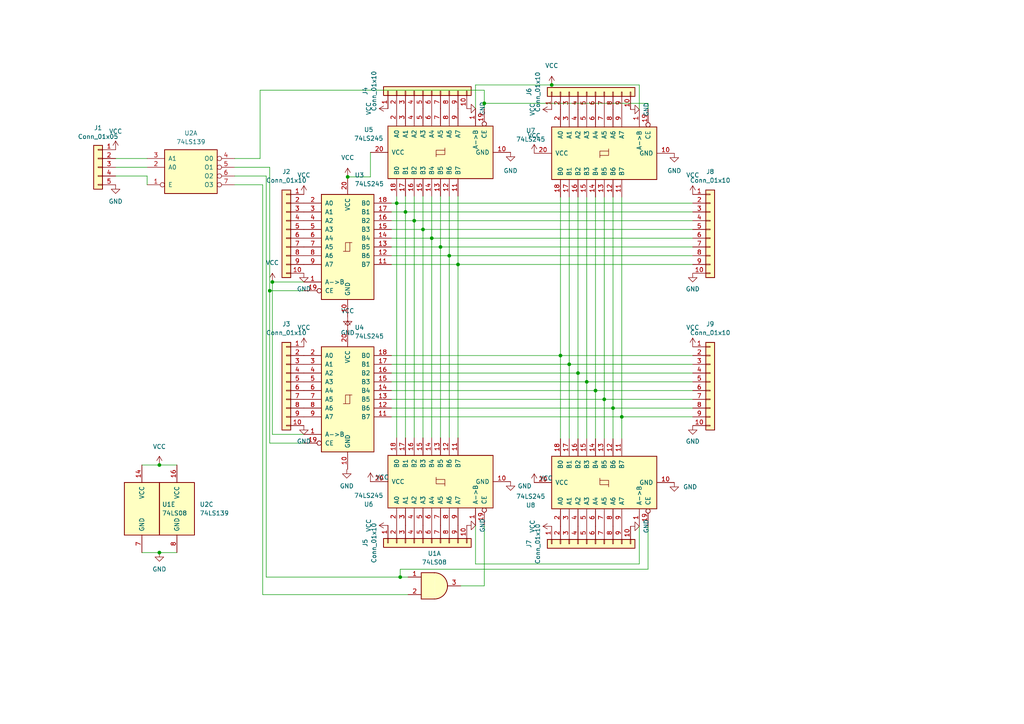
<source format=kicad_sch>
(kicad_sch (version 20211123) (generator eeschema)
  (paper "A4")
  (lib_symbols
    (symbol "74xx:74LS08" (pin_names (offset 1.016))
      (property "Reference" "U" (at 0 1.27 0))
      (property "Value" "74LS08" (at 0 -1.27 0))
      (symbol "74LS08_1_1"
        (arc (start 0 -3.81) (mid 3.81 0) (end 0 3.81) (stroke (width 0.254)) (fill (type background)))
        (polyline (pts (xy 0 3.81) (xy -3.81 3.81) (xy -3.81 -3.81) (xy 0 -3.81)) (stroke (width 0.254)) (fill (type background)))
        (pin input line (at -7.62 2.54 0) (length 3.81) (name "~") (number "1"))
        (pin input line (at -7.62 -2.54 0) (length 3.81) (name "~") (number "2"))
        (pin output line (at 7.62 0 180) (length 3.81) (name "~") (number "3"))
      )
      (symbol "74LS08_1_2"
        (arc (start -3.81 -3.81) (mid -2.589 0) (end -3.81 3.81) (stroke (width 0.254)))
        (arc (start -0.6096 -3.81) (mid 2.1855 -2.584) (end 3.81 0) (stroke (width 0.254)) (fill (type background)))
        (polyline (pts (xy -3.81 -3.81) (xy -0.635 -3.81)) (stroke (width 0.254)) (fill (type background)))
        (polyline (pts (xy -3.81 3.81) (xy -0.635 3.81)) (stroke (width 0.254)) (fill (type background)))
        (polyline (pts (xy -0.635 3.81) (xy -3.81 3.81) (xy -3.81 3.81) (xy -3.556 3.4036) (xy -3.0226 2.2606) (xy -2.6924 1.0414) (xy -2.6162 -0.254) (xy -2.7686 -1.4986) (xy -3.175 -2.7178) (xy -3.81 -3.81) (xy -3.81 -3.81) (xy -0.635 -3.81)) (stroke (width -25.4)) (fill (type background)))
        (arc (start 3.81 0) (mid 2.1928 2.5925) (end -0.6096 3.81) (stroke (width 0.254)) (fill (type background)))
        (pin input inverted (at -7.62 2.54 0) (length 4.318) (name "~") (number "1"))
        (pin input inverted (at -7.62 -2.54 0) (length 4.318) (name "~") (number "2"))
        (pin output inverted (at 7.62 0 180) (length 3.81) (name "~") (number "3"))
      )
      (symbol "74LS08_2_1"
        (arc (start 0 -3.81) (mid 3.81 0) (end 0 3.81) (stroke (width 0.254)) (fill (type background)))
        (polyline (pts (xy 0 3.81) (xy -3.81 3.81) (xy -3.81 -3.81) (xy 0 -3.81)) (stroke (width 0.254)) (fill (type background)))
        (pin input line (at -7.62 2.54 0) (length 3.81) (name "~") (number "4"))
        (pin input line (at -7.62 -2.54 0) (length 3.81) (name "~") (number "5"))
        (pin output line (at 7.62 0 180) (length 3.81) (name "~") (number "6"))
      )
      (symbol "74LS08_2_2"
        (arc (start -3.81 -3.81) (mid -2.589 0) (end -3.81 3.81) (stroke (width 0.254)))
        (arc (start -0.6096 -3.81) (mid 2.1855 -2.584) (end 3.81 0) (stroke (width 0.254)) (fill (type background)))
        (polyline (pts (xy -3.81 -3.81) (xy -0.635 -3.81)) (stroke (width 0.254)) (fill (type background)))
        (polyline (pts (xy -3.81 3.81) (xy -0.635 3.81)) (stroke (width 0.254)) (fill (type background)))
        (polyline (pts (xy -0.635 3.81) (xy -3.81 3.81) (xy -3.81 3.81) (xy -3.556 3.4036) (xy -3.0226 2.2606) (xy -2.6924 1.0414) (xy -2.6162 -0.254) (xy -2.7686 -1.4986) (xy -3.175 -2.7178) (xy -3.81 -3.81) (xy -3.81 -3.81) (xy -0.635 -3.81)) (stroke (width -25.4)) (fill (type background)))
        (arc (start 3.81 0) (mid 2.1928 2.5925) (end -0.6096 3.81) (stroke (width 0.254)) (fill (type background)))
        (pin input inverted (at -7.62 2.54 0) (length 4.318) (name "~") (number "4"))
        (pin input inverted (at -7.62 -2.54 0) (length 4.318) (name "~") (number "5"))
        (pin output inverted (at 7.62 0 180) (length 3.81) (name "~") (number "6"))
      )
      (symbol "74LS08_3_1"
        (arc (start 0 -3.81) (mid 3.81 0) (end 0 3.81) (stroke (width 0.254)) (fill (type background)))
        (polyline (pts (xy 0 3.81) (xy -3.81 3.81) (xy -3.81 -3.81) (xy 0 -3.81)) (stroke (width 0.254)) (fill (type background)))
        (pin input line (at -7.62 -2.54 0) (length 3.81) (name "~") (number "10"))
        (pin output line (at 7.62 0 180) (length 3.81) (name "~") (number "8"))
        (pin input line (at -7.62 2.54 0) (length 3.81) (name "~") (number "9"))
      )
      (symbol "74LS08_3_2"
        (arc (start -3.81 -3.81) (mid -2.589 0) (end -3.81 3.81) (stroke (width 0.254)))
        (arc (start -0.6096 -3.81) (mid 2.1855 -2.584) (end 3.81 0) (stroke (width 0.254)) (fill (type background)))
        (polyline (pts (xy -3.81 -3.81) (xy -0.635 -3.81)) (stroke (width 0.254)) (fill (type background)))
        (polyline (pts (xy -3.81 3.81) (xy -0.635 3.81)) (stroke (width 0.254)) (fill (type background)))
        (polyline (pts (xy -0.635 3.81) (xy -3.81 3.81) (xy -3.81 3.81) (xy -3.556 3.4036) (xy -3.0226 2.2606) (xy -2.6924 1.0414) (xy -2.6162 -0.254) (xy -2.7686 -1.4986) (xy -3.175 -2.7178) (xy -3.81 -3.81) (xy -3.81 -3.81) (xy -0.635 -3.81)) (stroke (width -25.4)) (fill (type background)))
        (arc (start 3.81 0) (mid 2.1928 2.5925) (end -0.6096 3.81) (stroke (width 0.254)) (fill (type background)))
        (pin input inverted (at -7.62 -2.54 0) (length 4.318) (name "~") (number "10"))
        (pin output inverted (at 7.62 0 180) (length 3.81) (name "~") (number "8"))
        (pin input inverted (at -7.62 2.54 0) (length 4.318) (name "~") (number "9"))
      )
      (symbol "74LS08_4_1"
        (arc (start 0 -3.81) (mid 3.81 0) (end 0 3.81) (stroke (width 0.254)) (fill (type background)))
        (polyline (pts (xy 0 3.81) (xy -3.81 3.81) (xy -3.81 -3.81) (xy 0 -3.81)) (stroke (width 0.254)) (fill (type background)))
        (pin output line (at 7.62 0 180) (length 3.81) (name "~") (number "11"))
        (pin input line (at -7.62 2.54 0) (length 3.81) (name "~") (number "12"))
        (pin input line (at -7.62 -2.54 0) (length 3.81) (name "~") (number "13"))
      )
      (symbol "74LS08_4_2"
        (arc (start -3.81 -3.81) (mid -2.589 0) (end -3.81 3.81) (stroke (width 0.254)))
        (arc (start -0.6096 -3.81) (mid 2.1855 -2.584) (end 3.81 0) (stroke (width 0.254)) (fill (type background)))
        (polyline (pts (xy -3.81 -3.81) (xy -0.635 -3.81)) (stroke (width 0.254)) (fill (type background)))
        (polyline (pts (xy -3.81 3.81) (xy -0.635 3.81)) (stroke (width 0.254)) (fill (type background)))
        (polyline (pts (xy -0.635 3.81) (xy -3.81 3.81) (xy -3.81 3.81) (xy -3.556 3.4036) (xy -3.0226 2.2606) (xy -2.6924 1.0414) (xy -2.6162 -0.254) (xy -2.7686 -1.4986) (xy -3.175 -2.7178) (xy -3.81 -3.81) (xy -3.81 -3.81) (xy -0.635 -3.81)) (stroke (width -25.4)) (fill (type background)))
        (arc (start 3.81 0) (mid 2.1928 2.5925) (end -0.6096 3.81) (stroke (width 0.254)) (fill (type background)))
        (pin output inverted (at 7.62 0 180) (length 3.81) (name "~") (number "11"))
        (pin input inverted (at -7.62 2.54 0) (length 4.318) (name "~") (number "12"))
        (pin input inverted (at -7.62 -2.54 0) (length 4.318) (name "~") (number "13"))
      )
      (symbol "74LS08_5_0"
        (pin power_in line (at 0 12.7 270) (length 5.08) (name "VCC") (number "14"))
        (pin power_in line (at 0 -12.7 90) (length 5.08) (name "GND") (number "7"))
      )
      (symbol "74LS08_5_1"
        (rectangle (start -5.08 7.62) (end 5.08 -7.62) (stroke (width 0.254)) (fill (type background)))
      )
    )
    (symbol "74xx:74LS139" (pin_names (offset 1.016))
      (property "Reference" "U" (at -7.62 8.89 0))
      (property "Value" "74LS139" (at -7.62 -8.89 0))
      (symbol "74LS139_1_0"
        (pin input inverted (at -12.7 -5.08 0) (length 5.08) (name "E") (number "1"))
        (pin input line (at -12.7 0 0) (length 5.08) (name "A0") (number "2"))
        (pin input line (at -12.7 2.54 0) (length 5.08) (name "A1") (number "3"))
        (pin output inverted (at 12.7 2.54 180) (length 5.08) (name "O0") (number "4"))
        (pin output inverted (at 12.7 0 180) (length 5.08) (name "O1") (number "5"))
        (pin output inverted (at 12.7 -2.54 180) (length 5.08) (name "O2") (number "6"))
        (pin output inverted (at 12.7 -5.08 180) (length 5.08) (name "O3") (number "7"))
      )
      (symbol "74LS139_1_1"
        (rectangle (start -7.62 5.08) (end 7.62 -7.62) (stroke (width 0.254)) (fill (type background)))
      )
      (symbol "74LS139_2_0"
        (pin output inverted (at 12.7 -2.54 180) (length 5.08) (name "O2") (number "10"))
        (pin output inverted (at 12.7 0 180) (length 5.08) (name "O1") (number "11"))
        (pin output inverted (at 12.7 2.54 180) (length 5.08) (name "O0") (number "12"))
        (pin input line (at -12.7 2.54 0) (length 5.08) (name "A1") (number "13"))
        (pin input line (at -12.7 0 0) (length 5.08) (name "A0") (number "14"))
        (pin input inverted (at -12.7 -5.08 0) (length 5.08) (name "E") (number "15"))
        (pin output inverted (at 12.7 -5.08 180) (length 5.08) (name "O3") (number "9"))
      )
      (symbol "74LS139_2_1"
        (rectangle (start -7.62 5.08) (end 7.62 -7.62) (stroke (width 0.254)) (fill (type background)))
      )
      (symbol "74LS139_3_0"
        (pin power_in line (at 0 12.7 270) (length 5.08) (name "VCC") (number "16"))
        (pin power_in line (at 0 -12.7 90) (length 5.08) (name "GND") (number "8"))
      )
      (symbol "74LS139_3_1"
        (rectangle (start -5.08 7.62) (end 5.08 -7.62) (stroke (width 0.254)) (fill (type background)))
      )
    )
    (symbol "74xx:74LS245" (pin_names (offset 1.016))
      (property "Reference" "U" (at -7.62 16.51 0))
      (property "Value" "74LS245" (at -7.62 -16.51 0))
      (symbol "74LS245_1_0"
        (polyline (pts (xy -0.635 -1.27) (xy -0.635 1.27) (xy 0.635 1.27)))
        (polyline (pts (xy -1.27 -1.27) (xy 0.635 -1.27) (xy 0.635 1.27) (xy 1.27 1.27)))
        (pin input line (at -12.7 -10.16 0) (length 5.08) (name "A->B") (number "1"))
        (pin power_in line (at 0 -20.32 90) (length 5.08) (name "GND") (number "10"))
        (pin tri_state line (at 12.7 -5.08 180) (length 5.08) (name "B7") (number "11"))
        (pin tri_state line (at 12.7 -2.54 180) (length 5.08) (name "B6") (number "12"))
        (pin tri_state line (at 12.7 0 180) (length 5.08) (name "B5") (number "13"))
        (pin tri_state line (at 12.7 2.54 180) (length 5.08) (name "B4") (number "14"))
        (pin tri_state line (at 12.7 5.08 180) (length 5.08) (name "B3") (number "15"))
        (pin tri_state line (at 12.7 7.62 180) (length 5.08) (name "B2") (number "16"))
        (pin tri_state line (at 12.7 10.16 180) (length 5.08) (name "B1") (number "17"))
        (pin tri_state line (at 12.7 12.7 180) (length 5.08) (name "B0") (number "18"))
        (pin input inverted (at -12.7 -12.7 0) (length 5.08) (name "CE") (number "19"))
        (pin tri_state line (at -12.7 12.7 0) (length 5.08) (name "A0") (number "2"))
        (pin power_in line (at 0 20.32 270) (length 5.08) (name "VCC") (number "20"))
        (pin tri_state line (at -12.7 10.16 0) (length 5.08) (name "A1") (number "3"))
        (pin tri_state line (at -12.7 7.62 0) (length 5.08) (name "A2") (number "4"))
        (pin tri_state line (at -12.7 5.08 0) (length 5.08) (name "A3") (number "5"))
        (pin tri_state line (at -12.7 2.54 0) (length 5.08) (name "A4") (number "6"))
        (pin tri_state line (at -12.7 0 0) (length 5.08) (name "A5") (number "7"))
        (pin tri_state line (at -12.7 -2.54 0) (length 5.08) (name "A6") (number "8"))
        (pin tri_state line (at -12.7 -5.08 0) (length 5.08) (name "A7") (number "9"))
      )
      (symbol "74LS245_1_1"
        (rectangle (start -7.62 15.24) (end 7.62 -15.24) (stroke (width 0.254)) (fill (type background)))
      )
    )
    (symbol "Connector_Generic:Conn_01x05" (pin_names (offset 1.016) hide)
      (property "Reference" "J" (at 0 7.62 0))
      (property "Value" "Conn_01x05" (at 0 -7.62 0))
      (symbol "Conn_01x05_1_1"
        (rectangle (start -1.27 -4.953) (end 0 -5.207) (stroke (width 0.1524)))
        (rectangle (start -1.27 -2.413) (end 0 -2.667) (stroke (width 0.1524)))
        (rectangle (start -1.27 0.127) (end 0 -0.127) (stroke (width 0.1524)))
        (rectangle (start -1.27 2.667) (end 0 2.413) (stroke (width 0.1524)))
        (rectangle (start -1.27 5.207) (end 0 4.953) (stroke (width 0.1524)))
        (rectangle (start -1.27 6.35) (end 1.27 -6.35) (stroke (width 0.254)) (fill (type background)))
        (pin passive line (at -5.08 5.08 0) (length 3.81) (name "Pin_1") (number "1"))
        (pin passive line (at -5.08 2.54 0) (length 3.81) (name "Pin_2") (number "2"))
        (pin passive line (at -5.08 0 0) (length 3.81) (name "Pin_3") (number "3"))
        (pin passive line (at -5.08 -2.54 0) (length 3.81) (name "Pin_4") (number "4"))
        (pin passive line (at -5.08 -5.08 0) (length 3.81) (name "Pin_5") (number "5"))
      )
    )
    (symbol "Connector_Generic:Conn_01x10" (pin_names (offset 1.016) hide)
      (property "Reference" "J" (at 0 12.7 0))
      (property "Value" "Conn_01x10" (at 0 -15.24 0))
      (symbol "Conn_01x10_1_1"
        (rectangle (start -1.27 -12.573) (end 0 -12.827) (stroke (width 0.1524)))
        (rectangle (start -1.27 -10.033) (end 0 -10.287) (stroke (width 0.1524)))
        (rectangle (start -1.27 -7.493) (end 0 -7.747) (stroke (width 0.1524)))
        (rectangle (start -1.27 -4.953) (end 0 -5.207) (stroke (width 0.1524)))
        (rectangle (start -1.27 -2.413) (end 0 -2.667) (stroke (width 0.1524)))
        (rectangle (start -1.27 0.127) (end 0 -0.127) (stroke (width 0.1524)))
        (rectangle (start -1.27 2.667) (end 0 2.413) (stroke (width 0.1524)))
        (rectangle (start -1.27 5.207) (end 0 4.953) (stroke (width 0.1524)))
        (rectangle (start -1.27 7.747) (end 0 7.493) (stroke (width 0.1524)))
        (rectangle (start -1.27 10.287) (end 0 10.033) (stroke (width 0.1524)))
        (rectangle (start -1.27 11.43) (end 1.27 -13.97) (stroke (width 0.254)) (fill (type background)))
        (pin passive line (at -5.08 10.16 0) (length 3.81) (name "Pin_1") (number "1"))
        (pin passive line (at -5.08 -12.7 0) (length 3.81) (name "Pin_10") (number "10"))
        (pin passive line (at -5.08 7.62 0) (length 3.81) (name "Pin_2") (number "2"))
        (pin passive line (at -5.08 5.08 0) (length 3.81) (name "Pin_3") (number "3"))
        (pin passive line (at -5.08 2.54 0) (length 3.81) (name "Pin_4") (number "4"))
        (pin passive line (at -5.08 0 0) (length 3.81) (name "Pin_5") (number "5"))
        (pin passive line (at -5.08 -2.54 0) (length 3.81) (name "Pin_6") (number "6"))
        (pin passive line (at -5.08 -5.08 0) (length 3.81) (name "Pin_7") (number "7"))
        (pin passive line (at -5.08 -7.62 0) (length 3.81) (name "Pin_8") (number "8"))
        (pin passive line (at -5.08 -10.16 0) (length 3.81) (name "Pin_9") (number "9"))
      )
    )
    (symbol "power:GND" (power) (pin_names (offset 0))
      (property "Value" "GND" (at 0 -3.81 0))
      (symbol "GND_0_1"
        (polyline (pts (xy 0 0) (xy 0 -1.27) (xy 1.27 -1.27) (xy 0 -2.54) (xy -1.27 -1.27) (xy 0 -1.27)))
      )
      (symbol "GND_1_1"
        (pin power_in line (at 0 0 270) (length 0) hide (name "GND") (number "1"))
      )
    )
    (symbol "power:VCC" (power) (pin_names (offset 0))
      (property "Value" "VCC" (at 0 3.81 0))
      (symbol "VCC_0_1"
        (polyline (pts (xy -0.762 1.27) (xy 0 2.54)))
        (polyline (pts (xy 0 0) (xy 0 2.54)))
        (polyline (pts (xy 0 2.54) (xy 0.762 1.27)))
      )
      (symbol "VCC_1_1"
        (pin power_in line (at 0 0 90) (length 0) hide (name "VCC") (number "1"))
      )
    )
  )
  (junction (at 78.232 84.328))
  (junction (at 175.26 115.824))
  (junction (at 130.302 74.168))
  (junction (at 162.56 103.124))
  (junction (at 120.142 64.008))
  (junction (at 165.1 105.664))
  (junction (at 100.838 51.308))
  (junction (at 140.462 29.972))
  (junction (at 115.062 58.928))
  (junction (at 116.078 167.386))
  (junction (at 122.682 66.548))
  (junction (at 46.228 160.274))
  (junction (at 180.34 120.904))
  (junction (at 160.02 24.638))
  (junction (at 78.994 81.788))
  (junction (at 132.842 76.708))
  (junction (at 177.8 118.364))
  (junction (at 167.64 108.204))
  (junction (at 117.602 61.468))
  (junction (at 46.228 134.874))
  (junction (at 170.18 110.744))
  (junction (at 127.762 71.628))
  (junction (at 125.222 69.088))
  (junction (at 172.72 113.284))
  (wire (pts (xy 116.078 167.386) (xy 116.078 165.1)))
  (wire (pts (xy 167.64 57.15) (xy 167.64 108.204)))
  (wire (pts (xy 130.302 56.896) (xy 130.302 74.168)))
  (wire (pts (xy 127.762 56.896) (xy 127.762 71.628)))
  (wire (pts (xy 118.364 172.466) (xy 76.2 172.466)))
  (wire (pts (xy 167.64 108.204) (xy 200.914 108.204)))
  (wire (pts (xy 78.232 84.328) (xy 78.232 48.514)))
  (wire (pts (xy 165.1 57.15) (xy 165.1 105.664)))
  (wire (pts (xy 115.062 58.928) (xy 115.062 56.896)))
  (wire (pts (xy 127.762 71.628) (xy 127.762 127)))
  (wire (pts (xy 137.922 163.576) (xy 185.42 163.576)))
  (wire (pts (xy 187.96 29.972) (xy 187.96 31.75)))
  (wire (pts (xy 170.18 127.254) (xy 170.18 110.744)))
  (wire (pts (xy 175.26 127.254) (xy 175.26 115.824)))
  (wire (pts (xy 115.062 58.928) (xy 200.914 58.928)))
  (wire (pts (xy 120.142 56.896) (xy 120.142 64.008)))
  (wire (pts (xy 46.228 134.874) (xy 51.308 134.874)))
  (wire (pts (xy 162.56 103.124) (xy 162.56 127.254)))
  (wire (pts (xy 185.42 24.638) (xy 185.42 31.75)))
  (wire (pts (xy 125.222 69.088) (xy 200.914 69.088)))
  (wire (pts (xy 137.922 152.4) (xy 137.922 163.576)))
  (wire (pts (xy 42.672 53.594) (xy 42.672 51.054)))
  (wire (pts (xy 127.762 71.628) (xy 200.914 71.628)))
  (wire (pts (xy 68.072 51.054) (xy 77.216 51.054)))
  (wire (pts (xy 170.18 57.15) (xy 170.18 110.744)))
  (wire (pts (xy 41.148 160.274) (xy 46.228 160.274)))
  (wire (pts (xy 140.462 152.4) (xy 140.462 169.926)))
  (wire (pts (xy 113.538 66.548) (xy 122.682 66.548)))
  (wire (pts (xy 113.538 118.364) (xy 177.8 118.364)))
  (wire (pts (xy 185.42 163.576) (xy 185.42 152.654)))
  (wire (pts (xy 78.232 128.524) (xy 78.232 84.328)))
  (wire (pts (xy 77.216 167.386) (xy 116.078 167.386)))
  (wire (pts (xy 113.538 105.664) (xy 165.1 105.664)))
  (wire (pts (xy 172.72 113.284) (xy 200.914 113.284)))
  (wire (pts (xy 162.56 103.124) (xy 200.914 103.124)))
  (wire (pts (xy 165.1 105.664) (xy 200.914 105.664)))
  (wire (pts (xy 180.34 120.904) (xy 200.914 120.904)))
  (wire (pts (xy 175.26 115.824) (xy 200.914 115.824)))
  (wire (pts (xy 140.462 31.496) (xy 140.462 29.972)))
  (wire (pts (xy 113.538 76.708) (xy 132.842 76.708)))
  (wire (pts (xy 113.538 113.284) (xy 172.72 113.284)))
  (wire (pts (xy 120.142 64.008) (xy 200.914 64.008)))
  (wire (pts (xy 113.538 108.204) (xy 167.64 108.204)))
  (wire (pts (xy 115.062 58.928) (xy 115.062 127)))
  (wire (pts (xy 33.528 45.974) (xy 42.672 45.974)))
  (wire (pts (xy 177.8 118.364) (xy 200.914 118.364)))
  (wire (pts (xy 125.222 56.896) (xy 125.222 69.088)))
  (wire (pts (xy 120.142 64.008) (xy 120.142 127)))
  (wire (pts (xy 113.538 103.124) (xy 162.56 103.124)))
  (wire (pts (xy 160.02 24.638) (xy 185.42 24.638)))
  (wire (pts (xy 132.842 56.896) (xy 132.842 76.708)))
  (wire (pts (xy 130.302 74.168) (xy 130.302 127)))
  (wire (pts (xy 76.2 172.466) (xy 76.2 53.594)))
  (wire (pts (xy 41.148 134.874) (xy 46.228 134.874)))
  (wire (pts (xy 177.8 57.15) (xy 177.8 118.364)))
  (wire (pts (xy 75.438 26.162) (xy 140.462 26.162)))
  (wire (pts (xy 122.682 66.548) (xy 200.914 66.548)))
  (wire (pts (xy 76.2 53.594) (xy 68.072 53.594)))
  (wire (pts (xy 116.078 167.386) (xy 118.364 167.386)))
  (wire (pts (xy 113.538 61.468) (xy 117.602 61.468)))
  (wire (pts (xy 88.138 125.984) (xy 78.994 125.984)))
  (wire (pts (xy 122.682 56.896) (xy 122.682 66.548)))
  (wire (pts (xy 172.72 127.254) (xy 172.72 113.284)))
  (wire (pts (xy 130.302 74.168) (xy 200.914 74.168)))
  (wire (pts (xy 133.604 169.926) (xy 140.462 169.926)))
  (wire (pts (xy 77.216 51.054) (xy 77.216 167.386)))
  (wire (pts (xy 113.538 74.168) (xy 130.302 74.168)))
  (wire (pts (xy 132.842 76.708) (xy 200.914 76.708)))
  (wire (pts (xy 113.538 115.824) (xy 175.26 115.824)))
  (wire (pts (xy 175.26 57.15) (xy 175.26 115.824)))
  (wire (pts (xy 137.922 24.638) (xy 160.02 24.638)))
  (wire (pts (xy 113.538 58.928) (xy 115.062 58.928)))
  (wire (pts (xy 117.602 61.468) (xy 117.602 56.896)))
  (wire (pts (xy 137.922 31.496) (xy 137.922 24.638)))
  (wire (pts (xy 42.672 51.054) (xy 33.528 51.054)))
  (wire (pts (xy 100.838 51.308) (xy 107.442 51.308)))
  (wire (pts (xy 113.538 110.744) (xy 170.18 110.744)))
  (wire (pts (xy 68.072 45.974) (xy 75.438 45.974)))
  (wire (pts (xy 125.222 69.088) (xy 125.222 127)))
  (wire (pts (xy 170.18 110.744) (xy 200.914 110.744)))
  (wire (pts (xy 33.528 48.514) (xy 42.672 48.514)))
  (wire (pts (xy 78.994 125.984) (xy 78.994 81.788)))
  (wire (pts (xy 180.34 57.15) (xy 180.34 120.904)))
  (wire (pts (xy 78.994 81.788) (xy 88.138 81.788)))
  (wire (pts (xy 88.138 128.524) (xy 78.232 128.524)))
  (wire (pts (xy 167.64 127.254) (xy 167.64 108.204)))
  (wire (pts (xy 116.078 165.1) (xy 187.96 165.1)))
  (wire (pts (xy 113.538 120.904) (xy 180.34 120.904)))
  (wire (pts (xy 140.462 29.972) (xy 187.96 29.972)))
  (wire (pts (xy 78.232 48.514) (xy 68.072 48.514)))
  (wire (pts (xy 172.72 57.15) (xy 172.72 113.284)))
  (wire (pts (xy 46.228 160.274) (xy 51.308 160.274)))
  (wire (pts (xy 113.538 71.628) (xy 127.762 71.628)))
  (wire (pts (xy 122.682 66.548) (xy 122.682 127)))
  (wire (pts (xy 113.538 64.008) (xy 120.142 64.008)))
  (wire (pts (xy 75.438 45.974) (xy 75.438 26.162)))
  (wire (pts (xy 140.462 26.162) (xy 140.462 29.972)))
  (wire (pts (xy 187.96 152.654) (xy 187.96 165.1)))
  (wire (pts (xy 117.602 61.468) (xy 117.602 127)))
  (wire (pts (xy 132.842 76.708) (xy 132.842 127)))
  (wire (pts (xy 78.232 84.328) (xy 88.138 84.328)))
  (wire (pts (xy 180.34 127.254) (xy 180.34 120.904)))
  (wire (pts (xy 165.1 105.664) (xy 165.1 127.254)))
  (wire (pts (xy 107.442 51.308) (xy 107.442 44.196)))
  (wire (pts (xy 162.56 57.15) (xy 162.56 103.124)))
  (wire (pts (xy 113.538 69.088) (xy 125.222 69.088)))
  (wire (pts (xy 117.602 61.468) (xy 200.914 61.468)))
  (wire (pts (xy 177.8 127.254) (xy 177.8 118.364)))
  (symbol (lib_id "74xx:74LS245") (at 100.838 71.628 0) (unit 1)
    (property "Reference" "U3" (at 102.8574 50.8 0) (effects (justify left)))
    (property "Value" "74LS245" (at 102.8574 53.34 0) (effects (justify left)))
    (property "Footprint" "Package_DIP:DIP-20_W7.62mm_Socket_LongPads" (effects hide))
    (property "Datasheet" "http://www.ti.com/lit/gpn/sn74LS245" (effects hide))
  )
  (symbol (lib_id "Connector_Generic:Conn_01x10") (at 83.058 66.548 0) (mirror y) (unit 1)
    (property "Reference" "J2" (at 83.058 49.784 0))
    (property "Value" "Conn_01x10" (at 83.058 52.324 0))
    (property "Footprint" "Connector_PinSocket_2.54mm:PinSocket_1x10_P2.54mm_Vertical" (effects hide))
  )
  (symbol (lib_id "power:VCC") (at 160.02 24.638 0) (unit 1)
    (property "Reference" "#PWR0113" (effects hide))
    (property "Value" "VCC" (at 160.02 19.05 0))
  )
  (symbol (lib_id "power:GND") (at 46.228 160.274 0) (unit 1)
    (property "Reference" "#PWR0133" (effects hide))
    (property "Value" "GND" (at 46.228 165.1 0))
  )
  (symbol (lib_id "Connector_Generic:Conn_01x10") (at 205.994 110.744 0) (unit 1)
    (property "Reference" "J9" (at 205.994 93.98 0))
    (property "Value" "Conn_01x10" (at 205.994 96.52 0))
    (property "Footprint" "Connector_PinSocket_2.54mm:PinSocket_1x10_P2.54mm_Vertical" (effects hide))
  )
  (symbol (lib_id "power:VCC") (at 154.94 139.954 0) (unit 1)
    (property "Reference" "#PWR0121" (effects hide))
    (property "Value" "VCC" (at 156.464 138.6839 0) (effects (justify left)))
  )
  (symbol (lib_id "power:GND") (at 135.382 31.496 90) (mirror x) (unit 1)
    (property "Reference" "#PWR0112" (effects hide))
    (property "Value" "GND" (at 139.954 31.496 0))
  )
  (symbol (lib_id "power:GND") (at 88.138 123.444 0) (unit 1)
    (property "Reference" "#PWR0128" (effects hide))
    (property "Value" "GND" (at 88.138 128.016 0))
  )
  (symbol (lib_id "power:GND") (at 195.58 44.45 0) (unit 1)
    (property "Reference" "#PWR0114" (effects hide))
    (property "Value" "GND" (at 195.58 49.53 0))
  )
  (symbol (lib_id "power:VCC") (at 100.838 95.504 0) (unit 1)
    (property "Reference" "#PWR0107" (effects hide))
    (property "Value" "VCC" (at 100.838 90.17 0))
  )
  (symbol (lib_id "Connector_Generic:Conn_01x10") (at 83.058 110.744 0) (mirror y) (unit 1)
    (property "Reference" "J3" (at 83.058 93.98 0))
    (property "Value" "Conn_01x10" (at 83.058 96.52 0))
    (property "Footprint" "Connector_PinSocket_2.54mm:PinSocket_1x10_P2.54mm_Vertical" (effects hide))
  )
  (symbol (lib_id "power:VCC") (at 160.02 152.654 90) (unit 1)
    (property "Reference" "#PWR0127" (effects hide))
    (property "Value" "VCC" (at 154.432 152.654 0))
  )
  (symbol (lib_id "power:GND") (at 100.838 91.948 0) (unit 1)
    (property "Reference" "#PWR0106" (effects hide))
    (property "Value" "GND" (at 100.838 96.52 0))
  )
  (symbol (lib_id "Connector_Generic:Conn_01x10") (at 170.18 157.734 90) (mirror x) (unit 1)
    (property "Reference" "J7" (at 153.416 157.734 0))
    (property "Value" "Conn_01x10" (at 155.956 157.734 0))
    (property "Footprint" "Connector_PinSocket_2.54mm:PinSocket_1x10_P2.54mm_Vertical" (effects hide))
  )
  (symbol (lib_id "power:VCC") (at 46.228 134.874 0) (unit 1)
    (property "Reference" "#PWR0129" (effects hide))
    (property "Value" "VCC" (at 46.228 129.54 0))
  )
  (symbol (lib_id "74xx:74LS139") (at 55.372 48.514 0) (unit 1)
    (property "Reference" "U2" (at 55.372 38.608 0))
    (property "Value" "74LS139" (at 55.372 41.148 0))
    (property "Footprint" "Package_DIP:DIP-16_W7.62mm_Socket_LongPads" (effects hide))
    (property "Datasheet" "http://www.ti.com/lit/ds/symlink/sn74ls139a.pdf" (effects hide))
  )
  (symbol (lib_id "Connector_Generic:Conn_01x10") (at 205.994 66.548 0) (unit 1)
    (property "Reference" "J8" (at 205.994 49.784 0))
    (property "Value" "Conn_01x10" (at 205.994 52.324 0))
    (property "Footprint" "Connector_PinSocket_2.54mm:PinSocket_1x10_P2.54mm_Vertical" (effects hide))
  )
  (symbol (lib_id "power:VCC") (at 107.442 139.7 0) (unit 1)
    (property "Reference" "#PWR0119" (effects hide))
    (property "Value" "VCC" (at 108.966 138.4299 0) (effects (justify left)))
  )
  (symbol (lib_id "power:GND") (at 33.528 53.594 0) (unit 1)
    (property "Reference" "#PWR0105" (effects hide))
    (property "Value" "GND" (at 33.528 58.42 0))
  )
  (symbol (lib_id "74xx:74LS245") (at 175.26 44.45 90) (mirror x) (unit 1)
    (property "Reference" "U7" (at 153.924 37.8712 90))
    (property "Value" "74LS245" (at 153.924 40.4112 90))
    (property "Footprint" "Package_DIP:DIP-20_W7.62mm_Socket_LongPads" (effects hide))
    (property "Datasheet" "http://www.ti.com/lit/gpn/sn74LS245" (effects hide))
  )
  (symbol (lib_id "74xx:74LS245") (at 175.26 139.954 90) (unit 1)
    (property "Reference" "U8" (at 153.924 146.5328 90))
    (property "Value" "74LS245" (at 153.924 143.9928 90))
    (property "Footprint" "Package_DIP:DIP-20_W7.62mm_Socket_LongPads" (effects hide))
    (property "Datasheet" "http://www.ti.com/lit/gpn/sn74LS245" (effects hide))
  )
  (symbol (lib_id "74xx:74LS08") (at 41.148 147.574 0) (unit 5)
    (property "Reference" "U1" (at 46.99 146.3039 0) (effects (justify left)))
    (property "Value" "74LS08" (at 46.99 148.8439 0) (effects (justify left)))
    (property "Footprint" "Package_DIP:DIP-14_W7.62mm_Socket_LongPads" (effects hide))
    (property "Datasheet" "http://www.ti.com/lit/gpn/sn74LS08" (effects hide))
  )
  (symbol (lib_id "power:VCC") (at 200.914 56.388 0) (mirror y) (unit 1)
    (property "Reference" "#PWR0110" (effects hide))
    (property "Value" "VCC" (at 200.914 50.8 0))
  )
  (symbol (lib_id "Connector_Generic:Conn_01x10") (at 122.682 26.416 90) (unit 1)
    (property "Reference" "J4" (at 105.918 26.416 0))
    (property "Value" "Conn_01x10" (at 108.458 26.416 0))
    (property "Footprint" "Connector_PinSocket_2.54mm:PinSocket_1x10_P2.54mm_Vertical" (effects hide))
  )
  (symbol (lib_id "74xx:74LS139") (at 51.308 147.574 0) (unit 3)
    (property "Reference" "U2" (at 57.912 146.3039 0) (effects (justify left)))
    (property "Value" "74LS139" (at 57.912 148.8439 0) (effects (justify left)))
    (property "Footprint" "Package_DIP:DIP-16_W7.62mm_Socket_LongPads" (effects hide))
    (property "Datasheet" "http://www.ti.com/lit/ds/symlink/sn74ls139a.pdf" (effects hide))
  )
  (symbol (lib_id "power:VCC") (at 88.138 100.584 0) (unit 1)
    (property "Reference" "#PWR0130" (effects hide))
    (property "Value" "VCC" (at 88.138 94.996 0))
  )
  (symbol (lib_id "power:VCC") (at 112.522 31.496 90) (mirror x) (unit 1)
    (property "Reference" "#PWR0103" (effects hide))
    (property "Value" "VCC" (at 106.934 31.496 0))
  )
  (symbol (lib_id "power:GND") (at 200.914 123.444 0) (mirror y) (unit 1)
    (property "Reference" "#PWR0126" (effects hide))
    (property "Value" "GND" (at 200.914 128.016 0))
  )
  (symbol (lib_id "power:GND") (at 100.584 136.144 0) (unit 1)
    (property "Reference" "#PWR0108" (effects hide))
    (property "Value" "GND" (at 100.584 140.97 0))
  )
  (symbol (lib_id "74xx:74LS245") (at 127.762 139.7 90) (unit 1)
    (property "Reference" "U6" (at 106.934 146.2788 90))
    (property "Value" "74LS245" (at 106.934 143.7388 90))
    (property "Footprint" "Package_DIP:DIP-20_W7.62mm_Socket_LongPads" (effects hide))
    (property "Datasheet" "http://www.ti.com/lit/gpn/sn74LS245" (effects hide))
  )
  (symbol (lib_id "power:VCC") (at 200.914 100.584 0) (mirror y) (unit 1)
    (property "Reference" "#PWR0111" (effects hide))
    (property "Value" "VCC" (at 200.914 94.996 0))
  )
  (symbol (lib_id "Connector_Generic:Conn_01x10") (at 122.682 157.48 90) (mirror x) (unit 1)
    (property "Reference" "J5" (at 105.918 157.48 0))
    (property "Value" "Conn_01x10" (at 108.458 157.48 0))
    (property "Footprint" "Connector_PinSocket_2.54mm:PinSocket_1x10_P2.54mm_Vertical" (effects hide))
  )
  (symbol (lib_id "power:VCC") (at 88.138 56.388 0) (unit 1)
    (property "Reference" "#PWR0102" (effects hide))
    (property "Value" "VCC" (at 88.138 50.8 0))
  )
  (symbol (lib_id "power:GND") (at 135.382 152.4 90) (unit 1)
    (property "Reference" "#PWR0123" (effects hide))
    (property "Value" "GND" (at 139.954 152.4 0))
  )
  (symbol (lib_id "power:GND") (at 182.88 31.75 90) (mirror x) (unit 1)
    (property "Reference" "#PWR0118" (effects hide))
    (property "Value" "GND" (at 187.452 31.75 0))
  )
  (symbol (lib_id "74xx:74LS08") (at 125.984 169.926 0) (unit 1)
    (property "Reference" "U1" (at 125.984 160.528 0))
    (property "Value" "74LS08" (at 125.984 163.068 0))
    (property "Footprint" "Package_DIP:DIP-14_W7.62mm_Socket_LongPads" (effects hide))
    (property "Datasheet" "http://www.ti.com/lit/gpn/sn74LS08" (effects hide))
  )
  (symbol (lib_id "power:GND") (at 195.58 139.954 0) (unit 1)
    (property "Reference" "#PWR0125" (effects hide))
    (property "Value" "GND" (at 198.12 141.2239 0) (effects (justify left)))
  )
  (symbol (lib_id "power:VCC") (at 100.838 51.308 0) (unit 1)
    (property "Reference" "#PWR0101" (effects hide))
    (property "Value" "VCC" (at 100.838 45.72 0))
  )
  (symbol (lib_id "power:GND") (at 148.082 44.196 0) (unit 1)
    (property "Reference" "#PWR0115" (effects hide))
    (property "Value" "GND" (at 148.082 49.53 0))
  )
  (symbol (lib_id "power:VCC") (at 112.522 152.4 90) (unit 1)
    (property "Reference" "#PWR0122" (effects hide))
    (property "Value" "VCC" (at 106.934 152.4 0))
  )
  (symbol (lib_id "74xx:74LS245") (at 100.838 115.824 0) (unit 1)
    (property "Reference" "U4" (at 102.8574 94.996 0) (effects (justify left)))
    (property "Value" "74LS245" (at 102.8574 97.536 0) (effects (justify left)))
    (property "Footprint" "Package_DIP:DIP-20_W7.62mm_Socket_LongPads" (effects hide))
    (property "Datasheet" "http://www.ti.com/lit/gpn/sn74LS245" (effects hide))
  )
  (symbol (lib_id "power:GND") (at 182.88 152.654 90) (unit 1)
    (property "Reference" "#PWR0124" (effects hide))
    (property "Value" "GND" (at 187.452 152.654 0))
  )
  (symbol (lib_id "power:VCC") (at 33.528 43.434 0) (unit 1)
    (property "Reference" "#PWR0104" (effects hide))
    (property "Value" "VCC" (at 33.528 38.1 0))
  )
  (symbol (lib_id "power:GND") (at 148.082 139.7 0) (unit 1)
    (property "Reference" "#PWR0120" (effects hide))
    (property "Value" "GND" (at 150.114 140.9699 0) (effects (justify left)))
  )
  (symbol (lib_id "power:GND") (at 88.138 79.248 0) (unit 1)
    (property "Reference" "#PWR0132" (effects hide))
    (property "Value" "GND" (at 88.138 83.82 0))
  )
  (symbol (lib_id "power:VCC") (at 154.94 44.45 0) (unit 1)
    (property "Reference" "#PWR0116" (effects hide))
    (property "Value" "VCC" (at 154.94 39.37 0))
  )
  (symbol (lib_id "Connector_Generic:Conn_01x05") (at 28.448 48.514 0) (mirror y) (unit 1)
    (property "Reference" "J1" (at 28.448 37.084 0))
    (property "Value" "Conn_01x05" (at 28.448 39.624 0))
    (property "Footprint" "Connector_PinSocket_2.54mm:PinSocket_1x05_P2.54mm_Vertical" (effects hide))
  )
  (symbol (lib_id "Connector_Generic:Conn_01x10") (at 170.18 26.67 90) (unit 1)
    (property "Reference" "J6" (at 153.416 26.67 0))
    (property "Value" "Conn_01x10" (at 155.956 26.67 0))
    (property "Footprint" "Connector_PinSocket_2.54mm:PinSocket_1x10_P2.54mm_Vertical" (effects hide))
  )
  (symbol (lib_id "power:VCC") (at 160.02 31.75 90) (mirror x) (unit 1)
    (property "Reference" "#PWR0117" (effects hide))
    (property "Value" "VCC" (at 154.432 31.75 0))
  )
  (symbol (lib_id "power:GND") (at 200.914 79.248 0) (mirror y) (unit 1)
    (property "Reference" "#PWR0109" (effects hide))
    (property "Value" "GND" (at 200.914 83.82 0))
  )
  (symbol (lib_id "power:VCC") (at 78.994 81.788 0) (unit 1)
    (property "Reference" "#PWR0131" (effects hide))
    (property "Value" "VCC" (at 78.994 76.2 0))
  )
  (symbol (lib_id "74xx:74LS245") (at 127.762 44.196 90) (mirror x) (unit 1)
    (property "Reference" "U5" (at 106.934 37.6172 90))
    (property "Value" "74LS245" (at 106.934 40.1572 90))
    (property "Footprint" "Package_DIP:DIP-20_W7.62mm_Socket_LongPads" (effects hide))
    (property "Datasheet" "http://www.ti.com/lit/gpn/sn74LS245" (effects hide))
  )
)
</source>
